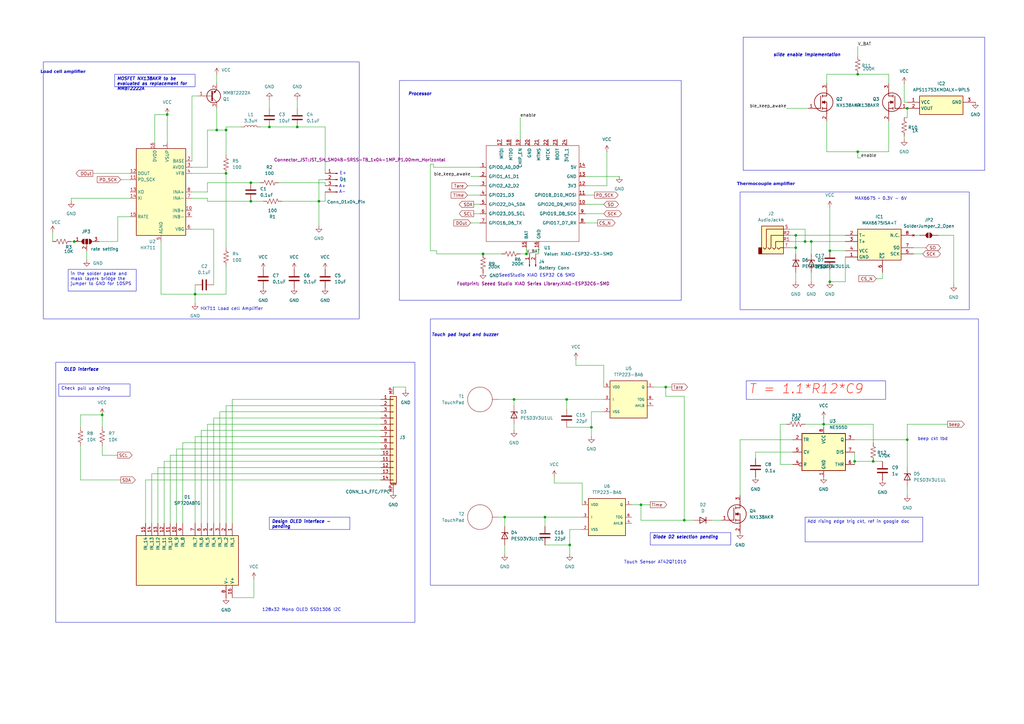
<source format=kicad_sch>
(kicad_sch (version 20250114) (generator "eeschema") (generator_version "9.0")
  (paper "A3")
  (title_block (title "Weighing Scale Schematic") (company "MeepDong"))
  (rectangle (start 304.8 15.24) (end 403.86 69.85))
  (rectangle (start 163.83 33.02) (end 279.4 123.19))
  (rectangle (start 176.53 130.81) (end 401.32 240.03))
  (rectangle (start 17.78 25.4) (end 147.32 130.81))
  (rectangle (start 303.53 78.74) (end 397.51 127))
  (rectangle (start 22.86 148.59) (end 170.18 255.27))
  (text "HX711 Load cell Amplifier " (at 95.504 126.746 0) (effects (font (size 1.27 1.27))))
  (text "MAX6675 ~ 0.3V - 6V " (at 361.696 81.534 0) (effects (font (size 1.27 1.27))))
  (text "A+\n\n" (at 140.462 77.47 0) (effects (font (size 1.27 1.27))))
  (text "slide enable implementation " (at 331.47 22.606 0) (effects (font (size 1.27 1.27) (thickness 0.254) (bold yes) (italic yes))))
  (text "E-\n" (at 140.716 73.66 0) (effects (font (size 1.27 1.27))))
  (text "OLED interface " (at 33.782 151.638 0) (effects (font (size 1.27 1.27) (thickness 0.254) (bold yes) (italic yes))))
  (text "E+" (at 140.716 71.12 0) (effects (font (size 1.27 1.27))))
  (text "Load cell amplifier " (at 26.162 29.972 0) (effects (font (size 1.27 1.27) (thickness 0.254) (bold yes) (italic yes))))
  (text "SeedStudio XIAO ESP32 C6 SMD\n" (at 220.218 113.03 0) (effects (font (size 1.27 1.27))))
  (text "Touch Sensor AT42QT1010\n" (at 268.732 230.632 0) (effects (font (size 1.27 1.27))))
  (text "Thermocouple amplifier " (at 314.452 75.946 0) (effects (font (size 1.27 1.27) (bold yes) (italic yes))))
  (text "Touch pad input and buzzer " (at 191.262 137.414 0) (effects (font (size 1.27 1.27) (thickness 0.254) (bold yes) (italic yes))))
  (text "beep ckt tbd " (at 383.032 180.086 0) (effects (font (size 1.27 1.27))))
  (text "Processor" (at 172.212 38.608 0) (effects (font (size 1.27 1.27) (thickness 0.254) (bold yes) (italic yes))))
  (text "128x32 Mono OLED SSD1306 I2C\n" (at 123.698 250.19 0) (effects (font (size 1.27 1.27))))
  (text "A-" (at 140.462 78.74 0) (effects (font (size 1.27 1.27))))
  (text_box "MOSFET NX138AKR to be evaluated as replacement for MMBT2222A " (at 46.99 30.48 0) (size 33.02 5.08) (margins 0.9525 0.9525 0.9525 0.9525) (effects (font (size 1.27 1.27) (thickness 0.254) (bold yes) (italic yes)) (justify left top)))
  (text_box "T = 1.1*R12*C9" (at 306.07 156.21 0) (size 57.15 7.62) (margins 0.9525 0.9525 0.9525 0.9525) (effects (font (size 3.81 3.81) (thickness 0.254) (bold yes) (italic yes)) (justify left top)))
  (text_box "in the solder paste and mask layers bridge the jumper to GND for 10SPS" (at 27.94 110.49 0) (size 27.94 8.89) (margins 0.9525 0.9525 0.9525 0.9525) (effects (font (size 1.27 1.27)) (justify left top)))
  (text_box "Design OLED interface - pending " (at 110.49 212.09 0) (size 33.02 5.08) (margins 0.9525 0.9525 0.9525 0.9525) (effects (font (size 1.27 1.27) (thickness 0.254) (bold yes) (italic yes)) (justify left top)))
  (text_box "Add rising edge trig ckt, ref in google doc " (at 330.2 212.09 0) (size 48.26 10.16) (margins 0.9525 0.9525 0.9525 0.9525) (effects (font (size 1.27 1.27)) (justify left top)))
  (text_box "Check pull up sizing " (at 24.13 157.48 0) (size 29.21 5.08) (margins 0.9525 0.9525 0.9525 0.9525) (effects (font (size 1.27 1.27)) (justify left top)))
  (text_box "Diode D2 selection pending " (at 266.7 218.44 0) (size 33.02 5.08) (margins 0.9525 0.9525 0.9525 0.9525) (effects (font (size 1.27 1.27) (thickness 0.254) (bold yes) (italic yes)) (justify left top)))
  (junction (at 68.58 46.99))
  (junction (at 223.52 212.09))
  (junction (at 340.36 115.57))
  (junction (at 262.89 207.01))
  (junction (at 242.57 175.26))
  (junction (at 210.82 163.83))
  (junction (at 372.11 180.34))
  (junction (at 280.67 213.36))
  (junction (at 207.01 212.09))
  (junction (at 130.81 82.55))
  (junction (at 350.52 189.23))
  (junction (at 340.36 102.87))
  (junction (at 358.14 189.23))
  (junction (at 273.05 158.75))
  (junction (at 233.68 223.52))
  (junction (at 351.79 62.23))
  (junction (at 102.87 82.55))
  (junction (at 121.92 52.07))
  (junction (at 232.41 163.83))
  (junction (at 41.91 170.18))
  (junction (at 332.74 99.06))
  (junction (at 92.71 71.12))
  (junction (at 102.87 74.93))
  (junction (at 372.11 44.45))
  (junction (at 326.39 96.52))
  (junction (at 330.2 99.06))
  (junction (at 30.48 99.06))
  (junction (at 215.9 104.14))
  (junction (at 80.01 120.65))
  (junction (at 92.71 53.34))
  (junction (at 351.79 30.48))
  (junction (at 110.49 52.07))
  (junction (at 88.9 53.34))
  (junction (at 337.82 173.99))
  (junction (at 198.12 104.14))
  (junction (at 326.39 101.6))
  (wire (pts (xy 121.92 52.07) (xy 133.35 52.07)))
  (wire (pts (xy 85.09 74.93) (xy 102.87 74.93)))
  (wire (pts (xy 273.05 158.75) (xy 273.05 162.56)))
  (wire (pts (xy 92.71 109.22) (xy 92.71 120.65)))
  (wire (pts (xy 351.79 19.05) (xy 351.79 22.86)))
  (wire (pts (xy 215.9 104.14) (xy 213.36 104.14)))
  (wire (pts (xy 227.33 198.12) (xy 238.76 198.12)))
  (wire (pts (xy 80.01 179.07) (xy 156.21 179.07)))
  (wire (pts (xy 87.63 171.45) (xy 156.21 171.45)))
  (wire (pts (xy 176.53 67.31) (xy 177.8 67.31)))
  (wire (pts (xy 207.01 212.09) (xy 207.01 215.9)))
  (wire (pts (xy 325.12 190.5) (xy 320.04 190.5)))
  (wire (pts (xy 330.2 173.99) (xy 337.82 173.99)))
  (wire (pts (xy 242.57 168.91) (xy 242.57 175.26)))
  (wire (pts (xy 370.84 41.91) (xy 370.84 34.29)))
  (wire (pts (xy 156.21 189.23) (xy 67.31 189.23)))
  (wire (pts (xy 92.71 71.12) (xy 78.74 71.12)))
  (wire (pts (xy 340.36 115.57) (xy 346.71 115.57)))
  (wire (pts (xy 322.58 44.45) (xy 331.47 44.45)))
  (wire (pts (xy 215.9 101.6) (xy 215.9 104.14)))
  (wire (pts (xy 364.49 30.48) (xy 364.49 34.29)))
  (wire (pts (xy 339.09 62.23) (xy 351.79 62.23)))
  (wire (pts (xy 53.34 88.9) (xy 48.26 88.9)))
  (wire (pts (xy 232.41 163.83) (xy 232.41 167.64)))
  (wire (pts (xy 210.82 173.99) (xy 210.82 176.53)))
  (wire (pts (xy 323.85 93.98) (xy 330.2 93.98)))
  (wire (pts (xy 372.11 48.26) (xy 372.11 44.45)))
  (wire (pts (xy 166.37 160.02) (xy 166.37 158.75)))
  (wire (pts (xy 166.37 158.75) (xy 161.29 158.75)))
  (wire (pts (xy 177.8 68.58) (xy 196.85 68.58)))
  (wire (pts (xy 346.71 115.57) (xy 346.71 105.41)))
  (wire (pts (xy 227.33 198.12) (xy 227.33 195.58)))
  (wire (pts (xy 337.82 173.99) (xy 337.82 175.26)))
  (wire (pts (xy 92.71 166.37) (xy 92.71 214.63)))
  (wire (pts (xy 219.71 104.14) (xy 220.98 104.14)))
  (wire (pts (xy 332.74 99.06) (xy 332.74 104.14)))
  (wire (pts (xy 326.39 101.6) (xy 326.39 96.52)))
  (wire (pts (xy 213.36 48.26) (xy 213.36 57.15)))
  (wire (pts (xy 326.39 111.76) (xy 326.39 115.57)))
  (wire (pts (xy 92.71 101.6) (xy 92.71 71.12)))
  (wire (pts (xy 110.49 52.07) (xy 121.92 52.07)))
  (wire (pts (xy 29.21 99.06) (xy 30.48 99.06)))
  (wire (pts (xy 133.35 52.07) (xy 133.35 71.12)))
  (wire (pts (xy 78.74 66.04) (xy 78.74 39.37)))
  (wire (pts (xy 370.84 41.91) (xy 372.11 41.91)))
  (wire (pts (xy 332.74 111.76) (xy 332.74 115.57)))
  (wire (pts (xy 240.03 72.39) (xy 254 72.39)))
  (wire (pts (xy 323.85 99.06) (xy 330.2 99.06)))
  (wire (pts (xy 193.04 72.39) (xy 196.85 72.39)))
  (wire (pts (xy 374.65 96.52) (xy 377.19 96.52)))
  (wire (pts (xy 133.35 73.66) (xy 130.81 73.66)))
  (wire (pts (xy 179.07 104.14) (xy 198.12 104.14)))
  (wire (pts (xy 92.71 120.65) (xy 80.01 120.65)))
  (wire (pts (xy 191.77 76.2) (xy 196.85 76.2)))
  (wire (pts (xy 67.31 189.23) (xy 67.31 214.63)))
  (wire (pts (xy 358.14 173.99) (xy 337.82 173.99)))
  (wire (pts (xy 80.01 116.84) (xy 80.01 120.65)))
  (wire (pts (xy 350.52 180.34) (xy 372.11 180.34)))
  (wire (pts (xy 361.95 114.3) (xy 359.41 114.3)))
  (wire (pts (xy 88.9 30.48) (xy 88.9 34.29)))
  (wire (pts (xy 66.04 99.06) (xy 66.04 120.65)))
  (wire (pts (xy 326.39 96.52) (xy 323.85 96.52)))
  (wire (pts (xy 95.25 163.83) (xy 95.25 214.63)))
  (wire (pts (xy 133.35 82.55) (xy 133.35 78.74)))
  (wire (pts (xy 194.31 83.82) (xy 196.85 83.82)))
  (wire (pts (xy 90.17 168.91) (xy 156.21 168.91)))
  (wire (pts (xy 92.71 53.34) (xy 92.71 63.5)))
  (wire (pts (xy 92.71 166.37) (xy 156.21 166.37)))
  (wire (pts (xy 292.1 213.36) (xy 295.91 213.36)))
  (wire (pts (xy 240.03 80.01) (xy 243.84 80.01)))
  (wire (pts (xy 59.69 196.85) (xy 59.69 214.63)))
  (wire (pts (xy 38.1 71.12) (xy 53.34 71.12)))
  (wire (pts (xy 156.21 194.31) (xy 62.23 194.31)))
  (wire (pts (xy 33.02 182.88) (xy 33.02 196.85)))
  (wire (pts (xy 85.09 173.99) (xy 85.09 214.63)))
  (wire (pts (xy 330.2 99.06) (xy 332.74 99.06)))
  (wire (pts (xy 248.92 62.23) (xy 248.92 76.2)))
  (wire (pts (xy 66.04 120.65) (xy 80.01 120.65)))
  (wire (pts (xy 372.11 173.99) (xy 388.62 173.99)))
  (wire (pts (xy 156.21 186.69) (xy 69.85 186.69)))
  (wire (pts (xy 21.59 95.25) (xy 21.59 99.06)))
  (wire (pts (xy 102.87 82.55) (xy 107.95 82.55)))
  (wire (pts (xy 114.3 74.93) (xy 133.35 74.93)))
  (wire (pts (xy 330.2 93.98) (xy 330.2 99.06)))
  (wire (pts (xy 53.34 81.28) (xy 29.21 81.28)))
  (wire (pts (xy 358.14 189.23) (xy 361.95 189.23)))
  (wire (pts (xy 87.63 93.98) (xy 78.74 93.98)))
  (wire (pts (xy 372.11 173.99) (xy 372.11 180.34)))
  (wire (pts (xy 325.12 185.42) (xy 309.88 185.42)))
  (wire (pts (xy 95.25 245.11) (xy 104.14 245.11)))
  (wire (pts (xy 80.01 120.65) (xy 80.01 124.46)))
  (wire (pts (xy 102.87 74.93) (xy 106.68 74.93)))
  (wire (pts (xy 74.93 181.61) (xy 74.93 214.63)))
  (wire (pts (xy 207.01 212.09) (xy 223.52 212.09)))
  (wire (pts (xy 156.21 196.85) (xy 59.69 196.85)))
  (wire (pts (xy 104.14 245.11) (xy 104.14 237.49)))
  (wire (pts (xy 273.05 162.56) (xy 280.67 162.56)))
  (wire (pts (xy 372.11 199.39) (xy 372.11 203.2)))
  (wire (pts (xy 179.07 102.87) (xy 179.07 104.14)))
  (wire (pts (xy 339.09 30.48) (xy 339.09 34.29)))
  (wire (pts (xy 85.09 53.34) (xy 88.9 53.34)))
  (wire (pts (xy 240.03 87.63) (xy 247.65 87.63)))
  (wire (pts (xy 358.14 189.23) (xy 350.52 189.23)))
  (wire (pts (xy 72.39 184.15) (xy 72.39 214.63)))
  (wire (pts (xy 156.21 191.77) (xy 64.77 191.77)))
  (wire (pts (xy 220.98 104.14) (xy 220.98 101.6)))
  (wire (pts (xy 374.65 101.6) (xy 379.73 101.6)))
  (wire (pts (xy 370.84 48.26) (xy 372.11 48.26)))
  (wire (pts (xy 215.9 104.14) (xy 217.17 104.14)))
  (wire (pts (xy 358.14 181.61) (xy 358.14 173.99)))
  (wire (pts (xy 30.48 99.06) (xy 31.75 99.06)))
  (wire (pts (xy 238.76 198.12) (xy 238.76 207.01)))
  (wire (pts (xy 110.49 40.64) (xy 110.49 44.45)))
  (wire (pts (xy 247.65 168.91) (xy 242.57 168.91)))
  (wire (pts (xy 130.81 82.55) (xy 115.57 82.55)))
  (wire (pts (xy 41.91 170.18) (xy 33.02 170.18)))
  (wire (pts (xy 63.5 46.99) (xy 63.5 58.42)))
  (wire (pts (xy 337.82 171.45) (xy 337.82 173.99)))
  (wire (pts (xy 92.71 52.07) (xy 92.71 53.34)))
  (wire (pts (xy 121.92 40.64) (xy 121.92 44.45)))
  (wire (pts (xy 323.85 101.6) (xy 326.39 101.6)))
  (wire (pts (xy 78.74 81.28) (xy 85.09 81.28)))
  (wire (pts (xy 41.91 170.18) (xy 41.91 175.26)))
  (wire (pts (xy 85.09 82.55) (xy 102.87 82.55)))
  (wire (pts (xy 194.31 87.63) (xy 196.85 87.63)))
  (wire (pts (xy 320.04 173.99) (xy 322.58 173.99)))
  (wire (pts (xy 247.65 149.86) (xy 247.65 158.75)))
  (wire (pts (xy 262.89 207.01) (xy 266.7 207.01)))
  (wire (pts (xy 236.22 149.86) (xy 236.22 147.32)))
  (wire (pts (xy 248.92 76.2) (xy 240.03 76.2)))
  (wire (pts (xy 351.79 30.48) (xy 364.49 30.48)))
  (wire (pts (xy 49.53 196.85) (xy 33.02 196.85)))
  (wire (pts (xy 259.08 207.01) (xy 262.89 207.01)))
  (wire (pts (xy 82.55 176.53) (xy 156.21 176.53)))
  (wire (pts (xy 130.81 73.66) (xy 130.81 82.55)))
  (wire (pts (xy 68.58 58.42) (xy 68.58 46.99)))
  (wire (pts (xy 207.01 223.52) (xy 207.01 227.33)))
  (wire (pts (xy 374.65 104.14) (xy 378.46 104.14)))
  (wire (pts (xy 69.85 186.69) (xy 69.85 214.63)))
  (wire (pts (xy 106.68 52.07) (xy 110.49 52.07)))
  (wire (pts (xy 391.16 96.52) (xy 391.16 116.84)))
  (wire (pts (xy 364.49 49.53) (xy 364.49 62.23)))
  (wire (pts (xy 340.36 85.09) (xy 340.36 102.87)))
  (wire (pts (xy 303.53 203.2) (xy 303.53 180.34)))
  (wire (pts (xy 176.53 102.87) (xy 179.07 102.87)))
  (wire (pts (xy 130.81 82.55) (xy 133.35 82.55)))
  (wire (pts (xy 242.57 175.26) (xy 242.57 179.07)))
  (wire (pts (xy 339.09 49.53) (xy 339.09 62.23)))
  (wire (pts (xy 223.52 212.09) (xy 238.76 212.09)))
  (wire (pts (xy 309.88 185.42) (xy 309.88 187.96)))
  (wire (pts (xy 346.71 96.52) (xy 326.39 96.52)))
  (wire (pts (xy 280.67 162.56) (xy 280.67 213.36)))
  (wire (pts (xy 351.79 62.23) (xy 364.49 62.23)))
  (wire (pts (xy 29.21 81.28) (xy 29.21 82.55)))
  (wire (pts (xy 85.09 173.99) (xy 156.21 173.99)))
  (wire (pts (xy 303.53 180.34) (xy 325.12 180.34)))
  (wire (pts (xy 273.05 158.75) (xy 275.59 158.75)))
  (wire (pts (xy 223.52 223.52) (xy 233.68 223.52)))
  (wire (pts (xy 78.74 78.74) (xy 85.09 78.74)))
  (wire (pts (xy 240.03 91.44) (xy 245.11 91.44)))
  (wire (pts (xy 353.06 64.77) (xy 351.79 64.77)))
  (wire (pts (xy 210.82 163.83) (xy 232.41 163.83)))
  (wire (pts (xy 372.11 180.34) (xy 372.11 191.77)))
  (wire (pts (xy 35.56 102.87) (xy 35.56 106.68)))
  (wire (pts (xy 267.97 158.75) (xy 273.05 158.75)))
  (wire (pts (xy 370.84 55.88) (xy 370.84 57.15)))
  (wire (pts (xy 90.17 168.91) (xy 90.17 214.63)))
  (wire (pts (xy 280.67 213.36) (xy 262.89 213.36)))
  (wire (pts (xy 350.52 189.23) (xy 350.52 190.5)))
  (wire (pts (xy 361.95 111.76) (xy 361.95 114.3)))
  (wire (pts (xy 320.04 190.5) (xy 320.04 173.99)))
  (wire (pts (xy 88.9 44.45) (xy 88.9 53.34)))
  (wire (pts (xy 193.04 91.44) (xy 196.85 91.44)))
  (wire (pts (xy 156.21 184.15) (xy 72.39 184.15)))
  (wire (pts (xy 340.36 102.87) (xy 346.71 102.87)))
  (wire (pts (xy 232.41 163.83) (xy 247.65 163.83)))
  (wire (pts (xy 78.74 39.37) (xy 81.28 39.37)))
  (wire (pts (xy 232.41 175.26) (xy 242.57 175.26)))
  (wire (pts (xy 191.77 80.01) (xy 196.85 80.01)))
  (wire (pts (xy 204.47 212.09) (xy 207.01 212.09)))
  (wire (pts (xy 64.77 191.77) (xy 64.77 214.63)))
  (wire (pts (xy 41.91 186.69) (xy 48.26 186.69)))
  (wire (pts (xy 156.21 181.61) (xy 74.93 181.61)))
  (wire (pts (xy 33.02 170.18) (xy 33.02 175.26)))
  (wire (pts (xy 41.91 182.88) (xy 41.91 186.69)))
  (wire (pts (xy 350.52 185.42) (xy 350.52 189.23)))
  (wire (pts (xy 88.9 53.34) (xy 92.71 53.34)))
  (wire (pts (xy 133.35 74.93) (xy 133.35 76.2)))
  (wire (pts (xy 332.74 99.06) (xy 346.71 99.06)))
  (wire (pts (xy 85.09 68.58) (xy 78.74 68.58)))
  (wire (pts (xy 326.39 101.6) (xy 326.39 104.14)))
  (wire (pts (xy 85.09 78.74) (xy 85.09 74.93)))
  (wire (pts (xy 49.53 73.66) (xy 53.34 73.66)))
  (wire (pts (xy 262.89 213.36) (xy 262.89 207.01)))
  (wire (pts (xy 340.36 110.49) (xy 340.36 115.57)))
  (wire (pts (xy 384.81 96.52) (xy 391.16 96.52)))
  (wire (pts (xy 223.52 212.09) (xy 223.52 215.9)))
  (wire (pts (xy 204.47 163.83) (xy 210.82 163.83)))
  (wire (pts (xy 339.09 30.48) (xy 351.79 30.48)))
  (wire (pts (xy 351.79 64.77) (xy 351.79 62.23)))
  (wire (pts (xy 233.68 223.52) (xy 233.68 227.33)))
  (wire (pts (xy 82.55 176.53) (xy 82.55 214.63)))
  (wire (pts (xy 87.63 171.45) (xy 87.63 214.63)))
  (wire (pts (xy 198.12 104.14) (xy 205.74 104.14)))
  (wire (pts (xy 284.48 213.36) (xy 280.67 213.36)))
  (wire (pts (xy 40.64 99.06) (xy 48.26 99.06)))
  (wire (pts (xy 156.21 163.83) (xy 95.25 163.83)))
  (wire (pts (xy 92.71 52.07) (xy 99.06 52.07)))
  (wire (pts (xy 233.68 217.17) (xy 233.68 223.52)))
  (wire (pts (xy 238.76 217.17) (xy 233.68 217.17)))
  (wire (pts (xy 85.09 53.34) (xy 85.09 68.58)))
  (wire (pts (xy 48.26 88.9) (xy 48.26 99.06)))
  (wire (pts (xy 63.5 46.99) (xy 68.58 46.99)))
  (wire (pts (xy 210.82 163.83) (xy 210.82 166.37)))
  (wire (pts (xy 130.81 82.55) (xy 130.81 92.71)))
  (wire (pts (xy 80.01 179.07) (xy 80.01 214.63)))
  (wire (pts (xy 87.63 116.84) (xy 87.63 93.98)))
  (wire (pts (xy 62.23 194.31) (xy 62.23 214.63)))
  (wire (pts (xy 240.03 83.82) (xy 247.65 83.82)))
  (wire (pts (xy 177.8 67.31) (xy 177.8 68.58)))
  (wire (pts (xy 176.53 67.31) (xy 176.53 102.87)))
  (wire (pts (xy 236.22 149.86) (xy 247.65 149.86)))
  (wire (pts (xy 85.09 81.28) (xy 85.09 82.55)))
  (label "enable" (at 353.06 64.77 0))
  (label "ble_keep_awake" (at 193.04 72.39 180))
  (label "V_BAT" (at 215.9 104.14 0))
  (label "ble_keep_awake" (at 322.58 44.45 180))
  (label "V_BAT" (at 351.79 19.05 0))
  (label "enable" (at 213.36 48.26 0))
  (global_label "beep" (shape output) (at 388.62 173.99 0) (property "Intersheetrefs" "${INTERSHEET_REFS}" (effects (hide yes))))
  (global_label "Time" (shape output) (at 266.7 207.01 0) (property "Intersheetrefs" "${INTERSHEET_REFS}" (effects (hide yes))))
  (global_label "DOut" (shape input) (at 193.04 91.44 180) (property "Intersheetrefs" "${INTERSHEET_REFS}" (effects (hide yes))))
  (global_label "SDA" (shape output) (at 194.31 83.82 180) (property "Intersheetrefs" "${INTERSHEET_REFS}" (effects (hide yes))))
  (global_label "SCL" (shape output) (at 194.31 87.63 180) (property "Intersheetrefs" "${INTERSHEET_REFS}" (effects (hide yes))))
  (global_label "SCK" (shape bidirectional) (at 247.65 87.63 0) (property "Intersheetrefs" "${INTERSHEET_REFS}" (effects (hide yes))))
  (global_label "SDA" (shape output) (at 49.53 196.85 0) (property "Intersheetrefs" "${INTERSHEET_REFS}" (effects (hide yes))))
  (global_label "SO" (shape bidirectional) (at 379.73 101.6 0) (property "Intersheetrefs" "${INTERSHEET_REFS}" (effects (hide yes))))
  (global_label "CS_N" (shape input) (at 359.41 114.3 180) (property "Intersheetrefs" "${INTERSHEET_REFS}" (effects (hide yes))))
  (global_label "PD_SCK" (shape output) (at 243.84 80.01 0) (property "Intersheetrefs" "${INTERSHEET_REFS}" (effects (hide yes))))
  (global_label "Time" (shape input) (at 191.77 80.01 180) (property "Intersheetrefs" "${INTERSHEET_REFS}" (effects (hide yes))))
  (global_label "CS_N" (shape output) (at 245.11 91.44 0) (property "Intersheetrefs" "${INTERSHEET_REFS}" (effects (hide yes))))
  (global_label "Tare" (shape input) (at 191.77 76.2 180) (property "Intersheetrefs" "${INTERSHEET_REFS}" (effects (hide yes))))
  (global_label "SCK" (shape bidirectional) (at 378.46 104.14 0) (property "Intersheetrefs" "${INTERSHEET_REFS}" (effects (hide yes))))
  (global_label "PD_SCK" (shape input) (at 49.53 73.66 180) (property "Intersheetrefs" "${INTERSHEET_REFS}" (effects (hide yes))))
  (global_label "SO" (shape bidirectional) (at 247.65 83.82 0) (property "Intersheetrefs" "${INTERSHEET_REFS}" (effects (hide yes))))
  (global_label "DOut" (shape output) (at 38.1 71.12 180) (property "Intersheetrefs" "${INTERSHEET_REFS}" (effects (hide yes))))
  (global_label "SCL" (shape output) (at 48.26 186.69 0) (property "Intersheetrefs" "${INTERSHEET_REFS}" (effects (hide yes))))
  (global_label "Tare" (shape output) (at 275.59 158.75 0) (property "Intersheetrefs" "${INTERSHEET_REFS}" (effects (hide yes))))
  (symbol (lib_id "power:GND") (at 332.74 115.57 0) (unit 1)
    (property "Reference" "#PWR043" (effects (hide yes)))
    (property "Value" "GND" (at 332.74 120.65 0))
    (property "Description" "Power symbol creates a global label with name \"GND\" , ground" (effects (hide yes)))
  )
  (symbol (lib_id "power:VCC") (at 340.36 85.09 0) (unit 1)
    (property "Reference" "#PWR031" (effects (hide yes)))
    (property "Value" "VCC" (at 340.36 80.01 0))
    (property "Description" "Power symbol creates a global label with name \"VCC\"" (effects (hide yes)))
  )
  (symbol (lib_id "power:VCC") (at 41.91 170.18 0) (unit 1)
    (property "Reference" "#PWR021" (effects (hide yes)))
    (property "Value" "VCC" (at 41.91 165.1 0))
    (property "Description" "Power symbol creates a global label with name \"VCC\"" (effects (hide yes)))
  )
  (symbol (lib_id "power:GND") (at 107.95 118.11 0) (unit 1)
    (property "Reference" "#PWR012" (effects (hide yes)))
    (property "Value" "GND" (at 107.95 123.19 0))
    (property "Description" "Power symbol creates a global label with name \"GND\" , ground" (effects (hide yes)))
  )
  (symbol (lib_id "Connector:Conn_01x02_Pin") (at 217.17 109.22 90) (unit 1)
    (property "Reference" "J4" (at 220.98 107.3149 90) (effects (justify right)))
    (property "Value" "Battery Conn" (at 220.98 109.8549 90) (effects (justify right)))
    (property "Footprint" "Connector_TE-Connectivity:TE_440055-2_1x02_P2.00mm_Horizontal" (effects (hide yes)))
    (property "Description" "Generic connector, single row, 01x02, script generated" (effects (hide yes)))
  )
  (symbol (lib_id "power:GND") (at 309.88 195.58 0) (unit 1)
    (property "Reference" "#PWR037" (effects (hide yes)))
    (property "Value" "GND" (at 309.88 200.66 0))
    (property "Description" "Power symbol creates a global label with name \"GND\" , ground" (effects (hide yes)))
  )
  (symbol (lib_id "Device:D") (at 288.29 213.36 180) (unit 1)
    (property "Reference" "D2" (at 288.29 207.01 0))
    (property "Value" "D" (at 288.29 209.55 0))
    (property "Description" "Diode" (effects (hide yes)))
    (property "Sim.Device" "D" (effects (hide yes)))
    (property "Sim.Pins" "1=K 2=A" (effects (hide yes)))
  )
  (symbol (lib_id "MAX6675ISA+T:MAX6675ISA+T") (at 346.71 96.52 0) (unit 1)
    (property "Reference" "IC1" (at 360.68 88.9 0))
    (property "Value" "MAX6675ISA+T" (at 360.68 91.44 0))
    (property "Footprint" "SOIC127P600X175-8N" (effects (hide yes)))
    (property "Datasheet" "https://datasheets.maximintegrated.com/en/ds/MAX6675.pdf" (effects (hide yes)))
    (property "Description" "Sensor Interface Cold-Junction-Compensated K-Thermocouple-to-Digital Converter (0 C to +1024 C)" (effects (hide yes)))
    (property "Height" "1.75" (effects (hide yes)))
    (property "Mouser Part Number" "700-MAX6675ISAT" (effects (hide yes)))
    (property "Mouser Price/Stock" "https://www.mouser.co.uk/ProductDetail/Analog-Devices-Maxim-Integrated/MAX6675ISA%2bT?qs=1THa7WoU59FV%2FT3S8QjZ%252Bg%3D%3D" (effects (hide yes)))
    (property "Manufacturer_Name" "Analog Devices" (effects (hide yes)))
    (property "Manufacturer_Part_Number" "MAX6675ISA+T" (effects (hide yes)))
  )
  (symbol (lib_id "power:VCC") (at 21.59 95.25 0) (unit 1)
    (property "Reference" "#PWR05" (effects (hide yes)))
    (property "Value" "VCC" (at 21.082 91.186 0) (effects (justify left)))
    (property "Description" "Power symbol creates a global label with name \"VCC\"" (effects (hide yes)))
  )
  (symbol (lib_id "Device:R_US") (at 351.79 26.67 0) (unit 1)
    (property "Reference" "R11" (at 355.346 26.924 0))
    (property "Value" "200K" (at 356.362 28.194 0))
    (property "Footprint" "Resistor_SMD:R_0402_1005Metric" (effects (hide yes)))
    (property "Description" "Resistor, US symbol" (effects (hide yes)))
  )
  (symbol (lib_id "power:VCC") (at 68.58 46.99 0) (mirror y) (unit 1)
    (property "Reference" "#PWR01" (effects (hide yes)))
    (property "Value" "VCC" (at 68.58 41.91 0))
    (property "Description" "Power symbol creates a global label with name \"VCC\"" (effects (hide yes)))
  )
  (symbol (lib_id "Device:C") (at 223.52 219.71 0) (unit 1)
    (property "Reference" "C16" (at 227.33 218.4399 0) (effects (justify left)))
    (property "Value" "22pF" (at 227.33 220.98 0) (effects (justify left)))
    (property "Footprint" "Capacitor_SMD:C_0402_1005Metric" (effects (hide yes)))
    (property "Description" "Unpolarized capacitor" (effects (hide yes)))
  )
  (symbol (lib_id "Device:R_US") (at 111.76 82.55 270) (mirror x) (unit 1)
    (property "Reference" "R1" (at 111.76 88.9 90))
    (property "Value" "100" (at 111.76 86.36 90))
    (property "Footprint" "Resistor_SMD:R_0402_1005Metric" (effects (hide yes)))
    (property "Description" "Resistor, US symbol" (effects (hide yes)))
  )
  (symbol (lib_id "Device:L") (at 102.87 52.07 90) (unit 1)
    (property "Reference" "L1" (at 102.87 46.99 90))
    (property "Value" "3.3uH" (at 102.87 49.53 90))
    (property "Footprint" "Inductor_SMD:L_Coilcraft_XxL4040" (effects (hide yes)))
    (property "Description" "Inductor" (effects (hide yes)))
  )
  (symbol (lib_id "Device:R_US") (at 92.71 105.41 0) (unit 1)
    (property "Reference" "R4" (at 95.25 104.1399 0) (effects (justify left)))
    (property "Value" "100" (at 95.25 106.6799 0) (effects (justify left)))
    (property "Footprint" "Resistor_SMD:R_0402_1005Metric" (effects (hide yes)))
    (property "Description" "Resistor, US symbol" (effects (hide yes)))
  )
  (symbol (lib_id "power:GND") (at 166.37 160.02 0) (unit 1)
    (property "Reference" "#PWR033" (effects (hide yes)))
    (property "Value" "GND" (at 166.37 165.1 0))
    (property "Description" "Power symbol creates a global label with name \"GND\" , ground" (effects (hide yes)))
  )
  (symbol (lib_id "Device:C") (at 83.82 116.84 90) (unit 1)
    (property "Reference" "C2" (at 83.82 109.22 90))
    (property "Value" "0.1uF" (at 83.82 111.76 90))
    (property "Footprint" "Capacitor_SMD:C_0402_1005Metric" (effects (hide yes)))
    (property "Description" "Unpolarized capacitor" (effects (hide yes)))
  )
  (symbol (lib_id "NX138AKR Mosfet:NX138AKR") (at 372.11 44.45 0) (mirror y) (unit 1)
    (property "Reference" "Q3" (at 360.68 40.6399 0) (effects (justify left)))
    (property "Value" "NX138AKR" (at 360.68 43.1799 0) (effects (justify left)))
    (property "Footprint" "SOT95P230X110-3N" (effects (hide yes)))
    (property "Datasheet" "https://assets.nexperia.com/documents/data-sheet/NX138AK.pdf" (effects (hide yes)))
    (property "Description" "MOSFET 60V N-CH TENCH MOS" (effects (hide yes)))
    (property "Height" "1.1" (effects (hide yes)))
    (property "Mouser Part Number" "771-NX138AKR" (effects (hide yes)))
    (property "Mouser Price/Stock" "https://www.mouser.co.uk/ProductDetail/Nexperia/NX138AKR?qs=1fQ7IOp4WrgZzhNlGoooaw%3D%3D" (effects (hide yes)))
    (property "Manufacturer_Name" "Nexperia" (effects (hide yes)))
    (property "Manufacturer_Part_Number" "NX138AKR" (effects (hide yes)))
  )
  (symbol (lib_id "power:VCC") (at 370.84 34.29 0) (unit 1)
    (property "Reference" "#PWR020" (effects (hide yes)))
    (property "Value" "VCC" (at 370.84 29.21 0))
    (property "Description" "Power symbol creates a global label with name \"VCC\"" (effects (hide yes)))
  )
  (symbol (lib_id "power:GND") (at 337.82 195.58 0) (unit 1)
    (property "Reference" "#PWR034" (effects (hide yes)))
    (property "Value" "GND" (at 337.82 200.66 0))
    (property "Description" "Power symbol creates a global label with name \"GND\" , ground" (effects (hide yes)))
  )
  (symbol (lib_id "Device:R_US") (at 92.71 67.31 0) (unit 1)
    (property "Reference" "R5" (at 95.25 66.0399 0) (effects (justify left)))
    (property "Value" "100" (at 95.25 68.5799 0) (effects (justify left)))
    (property "Footprint" "Resistor_SMD:R_0402_1005Metric" (effects (hide yes)))
    (property "Description" "Resistor, US symbol" (effects (hide yes)))
  )
  (symbol (lib_id "power:GND") (at 198.12 111.76 0) (unit 1)
    (property "Reference" "#PWR018" (effects (hide yes)))
    (property "Value" "GND" (at 200.66 113.0299 0) (effects (justify left)))
    (property "Description" "Power symbol creates a global label with name \"GND\" , ground" (effects (hide yes)))
  )
  (symbol (lib_id "Diode:PESD3V3U1UL") (at 326.39 107.95 270) (unit 1)
    (property "Reference" "D6" (at 328.93 106.6799 90) (effects (justify left)))
    (property "Value" "PESD3V3U1UL" (at 328.93 109.2199 90) (effects (justify left)))
    (property "Footprint" "Diode_SMD:D_SOD-882" (effects (hide yes)))
    (property "Datasheet" "https://assets.nexperia.com/documents/data-sheet/PESD3V3U1UL.pdf" (effects (hide yes)))
    (property "Description" "Ultra low capacitance unidirectional ESD protection diode, 3.3V, SOD-882" (effects (hide yes)))
  )
  (symbol (lib_id "Seeed_Studio_XIAO_Series:XIAO-ESP32-C6-SMD") (at 218.44 80.01 0) (unit 1)
    (property "Reference" "U1" (at 223.1233 101.6 0) (effects (justify left)))
    (property "Value" "XIAO-ESP32-S3-SMD" (at 223.1233 104.14 0) (show_name yes) (effects (justify left)))
    (property "Footprint" "Seeed Studio XIAO Series Library:XIAO-ESP32C6-SMD" (at 218.694 116.332 0) (show_name yes))
  )
  (symbol (lib_id "Device:R_US") (at 209.55 104.14 270) (unit 1)
    (property "Reference" "R6" (at 212.344 106.426 90))
    (property "Value" "200K" (at 212.344 108.204 90))
    (property "Footprint" "Resistor_SMD:R_0402_1005Metric" (effects (hide yes)))
    (property "Description" "Resistor, US symbol" (effects (hide yes)))
  )
  (symbol (lib_id "Device:R_US") (at 326.39 173.99 90) (unit 1)
    (property "Reference" "R13" (at 326.644 170.434 90))
    (property "Value" "10K" (at 326.39 171.958 90))
    (property "Footprint" "Resistor_SMD:R_0402_1005Metric" (effects (hide yes)))
    (property "Description" "Resistor, US symbol" (effects (hide yes)))
  )
  (symbol (lib_id "TTP223-BA6:TTP223-BA6") (at 248.92 212.09 0) (unit 1)
    (property "Reference" "U6" (at 248.92 199.39 0))
    (property "Value" "TTP223-BA6" (at 248.92 201.93 0))
    (property "Footprint" "TTP223-BA6:SOT23-6" (effects (hide yes)))
    (property "MF" "tontek" (effects (hide yes)))
    (property "LIB" "CID" (effects (hide yes)))
    (property "Package" "None" (effects (hide yes)))
    (property "Price" "None" (effects (hide yes)))
    (property "SnapEDA_Link" "https://www.snapeda.com/parts/TTP223-BA6/TONTEK/view-part/?ref=snap" (effects (hide yes)))
    (property "MP" "TTP223-BA6" (effects (hide yes)))
    (property "Availability" "In Stock" (effects (hide yes)))
    (property "Check_prices" "https://www.snapeda.com/parts/TTP223-BA6/TONTEK/view-part/?ref=eda" (effects (hide yes)))
  )
  (symbol (lib_id "power:VCC") (at 248.92 62.23 0) (mirror y) (unit 1)
    (property "Reference" "#PWR011" (effects (hide yes)))
    (property "Value" "VCC" (at 248.92 57.15 0))
    (property "Description" "Power symbol creates a global label with name \"VCC\"" (effects (hide yes)))
  )
  (symbol (lib_id "power:GND") (at 370.84 57.15 0) (unit 1)
    (property "Reference" "#PWR024" (effects (hide yes)))
    (property "Value" "GND" (at 370.84 62.23 0))
    (property "Description" "Power symbol creates a global label with name \"GND\" , ground" (effects (hide yes)))
  )
  (symbol (lib_id "Connector:Conn_01x04_Pin") (at 138.43 73.66 0) (mirror y) (unit 1)
    (property "Reference" "J1" (at 139.7 73.6599 0) (effects (justify right)))
    (property "Value" "Conn_01x04_Pin" (at 134.112 82.804 0) (effects (justify right)))
    (property "Footprint" "Connector_JST:JST_SH_SM04B-SRSS-TB_1x04-1MP_P1.00mm_Horizontal" (at 147.574 65.532 0))
    (property "Description" "Generic connector, single row, 01x04, script generated" (effects (hide yes)))
  )
  (symbol (lib_id "Device:R_US") (at 25.4 99.06 270) (unit 1)
    (property "Reference" "R3" (at 28.194 101.346 90))
    (property "Value" "10K" (at 28.194 103.124 90))
    (property "Footprint" "Resistor_SMD:R_0402_1005Metric" (effects (hide yes)))
    (property "Description" "Resistor, US symbol" (effects (hide yes)))
  )
  (symbol (lib_id "TTP223-BA6:TTP223-BA6") (at 257.81 163.83 0) (unit 1)
    (property "Reference" "U5" (at 257.81 151.13 0))
    (property "Value" "TTP223-BA6" (at 257.81 153.67 0))
    (property "Footprint" "TTP223-BA6:SOT23-6" (effects (hide yes)))
    (property "MF" "tontek" (effects (hide yes)))
    (property "LIB" "CID" (effects (hide yes)))
    (property "Package" "None" (effects (hide yes)))
    (property "Price" "None" (effects (hide yes)))
    (property "SnapEDA_Link" "https://www.snapeda.com/parts/TTP223-BA6/TONTEK/view-part/?ref=snap" (effects (hide yes)))
    (property "MP" "TTP223-BA6" (effects (hide yes)))
    (property "Availability" "In Stock" (effects (hide yes)))
    (property "Check_prices" "https://www.snapeda.com/parts/TTP223-BA6/TONTEK/view-part/?ref=eda" (effects (hide yes)))
  )
  (symbol (lib_id "Device:C") (at 340.36 106.68 180) (unit 1)
    (property "Reference" "C17" (at 334.264 104.902 0) (effects (justify right)))
    (property "Value" "0.1uF" (at 334.264 109.474 0) (effects (justify right)))
    (property "Footprint" "Capacitor_SMD:C_0402_1005Metric" (effects (hide yes)))
    (property "Description" "Unpolarized capacitor" (effects (hide yes)))
  )
  (symbol (lib_id "Device:C") (at 133.35 114.3 0) (unit 1)
    (property "Reference" "C5" (at 137.16 113.0299 0) (effects (justify left)))
    (property "Value" "10uF" (at 137.16 115.5699 0) (effects (justify left)))
    (property "Footprint" "Capacitor_SMD:C_0402_1005Metric" (effects (hide yes)))
    (property "Description" "Unpolarized capacitor" (effects (hide yes)))
  )
  (symbol (lib_id "power:GND") (at 303.53 218.44 0) (unit 1)
    (property "Reference" "#PWR036" (effects (hide yes)))
    (property "Value" "GND" (at 303.53 223.52 0))
    (property "Description" "Power symbol creates a global label with name \"GND\" , ground" (effects (hide yes)))
  )
  (symbol (lib_id "power:VCC") (at 236.22 147.32 0) (unit 1)
    (property "Reference" "#PWR026" (effects (hide yes)))
    (property "Value" "VCC" (at 236.22 142.24 0))
    (property "Description" "Power symbol creates a global label with name \"VCC\"" (effects (hide yes)))
  )
  (symbol (lib_id "0my_project:TouchPad") (at 196.85 163.83 0) (mirror y) (unit 1)
    (property "Reference" "T1" (at 190.5 162.5599 0) (effects (justify left)))
    (property "Value" "TouchPad" (at 190.5 165.0999 0) (effects (justify left)))
    (property "Footprint" "0my_project:Touch-Pad_10mm" (effects (hide yes)))
    (property "Description" "Touch Sensor Pad" (effects (hide yes)))
  )
  (symbol (lib_id "power:GND") (at 110.49 40.64 0) (mirror x) (unit 1)
    (property "Reference" "#PWR08" (effects (hide yes)))
    (property "Value" "GND" (at 110.49 35.56 0))
    (property "Description" "Power symbol creates a global label with name \"GND\" , ground" (effects (hide yes)))
  )
  (symbol (lib_id "Diode:PESD3V3U1UL") (at 372.11 195.58 270) (unit 1)
    (property "Reference" "D5" (at 374.65 194.3099 90) (effects (justify left)))
    (property "Value" "PESD3V3U1UL" (at 374.65 196.8499 90) (effects (justify left)))
    (property "Footprint" "Diode_SMD:D_SOD-882" (effects (hide yes)))
    (property "Datasheet" "https://assets.nexperia.com/documents/data-sheet/PESD3V3U1UL.pdf" (effects (hide yes)))
    (property "Description" "Ultra low capacitance unidirectional ESD protection diode, 3.3V, SOD-882" (effects (hide yes)))
  )
  (symbol (lib_id "power:GND") (at 326.39 115.57 0) (unit 1)
    (property "Reference" "#PWR042" (effects (hide yes)))
    (property "Value" "GND" (at 326.39 120.65 0))
    (property "Description" "Power symbol creates a global label with name \"GND\" , ground" (effects (hide yes)))
  )
  (symbol (lib_id "power:GND") (at 207.01 227.33 0) (unit 1)
    (property "Reference" "#PWR040" (effects (hide yes)))
    (property "Value" "GND" (at 207.01 232.41 0))
    (property "Description" "Power symbol creates a global label with name \"GND\" , ground" (effects (hide yes)))
  )
  (symbol (lib_id "power:GND") (at 361.95 196.85 0) (unit 1)
    (property "Reference" "#PWR038" (effects (hide yes)))
    (property "Value" "GND" (at 361.95 201.93 0))
    (property "Description" "Power symbol creates a global label with name \"GND\" , ground" (effects (hide yes)))
  )
  (symbol (lib_id "power:VCC") (at 120.65 110.49 0) (unit 1)
    (property "Reference" "#PWR016" (effects (hide yes)))
    (property "Value" "VCC" (at 120.65 105.41 0))
    (property "Description" "Power symbol creates a global label with name \"VCC\"" (effects (hide yes)))
  )
  (symbol (lib_id "power:GND") (at 29.21 82.55 0) (unit 1)
    (property "Reference" "#PWR03" (effects (hide yes)))
    (property "Value" "GND" (at 29.21 87.63 0))
    (property "Description" "Power symbol creates a global label with name \"GND\" , ground" (effects (hide yes)))
  )
  (symbol (lib_id "Device:R_US") (at 370.84 52.07 0) (unit 1)
    (property "Reference" "R10" (at 374.396 52.324 0))
    (property "Value" "1K" (at 375.412 53.594 0))
    (property "Footprint" "Resistor_SMD:R_0402_1005Metric" (effects (hide yes)))
    (property "Description" "Resistor, US symbol" (effects (hide yes)))
  )
  (symbol (lib_id "power:GND") (at 233.68 227.33 0) (unit 1)
    (property "Reference" "#PWR029" (effects (hide yes)))
    (property "Value" "GND" (at 233.68 232.41 0))
    (property "Description" "Power symbol creates a global label with name \"GND\" , ground" (effects (hide yes)))
  )
  (symbol (lib_id "Device:C") (at 361.95 193.04 0) (unit 1)
    (property "Reference" "C9" (at 365.76 191.7699 0) (effects (justify left)))
    (property "Value" "1u" (at 365.76 194.31 0) (effects (justify left)))
    (property "Footprint" "Capacitor_SMD:C_0402_1005Metric" (effects (hide yes)))
    (property "Description" "Unpolarized capacitor" (effects (hide yes)))
  )
  (symbol (lib_id "power:GND") (at 340.36 115.57 0) (unit 1)
    (property "Reference" "#PWR032" (effects (hide yes)))
    (property "Value" "GND" (at 340.36 120.65 0))
    (property "Description" "Power symbol creates a global label with name \"GND\" , ground" (effects (hide yes)))
  )
  (symbol (lib_id "Device:C") (at 110.49 48.26 0) (unit 1)
    (property "Reference" "C3" (at 114.3 46.9899 0) (effects (justify left)))
    (property "Value" "10uF" (at 114.3 49.5299 0) (effects (justify left)))
    (property "Footprint" "Capacitor_SMD:C_0402_1005Metric" (effects (hide yes)))
    (property "Description" "Unpolarized capacitor" (effects (hide yes)))
  )
  (symbol (lib_id "power:GND") (at 391.16 116.84 0) (unit 1)
    (property "Reference" "#PWR022" (effects (hide yes)))
    (property "Value" "GND" (at 391.16 121.92 0))
    (property "Description" "Power symbol creates a global label with name \"GND\" , ground" (effects (hide yes)))
  )
  (symbol (lib_id "Device:C") (at 102.87 78.74 0) (unit 1)
    (property "Reference" "C1" (at 106.68 77.4699 0) (effects (justify left)))
    (property "Value" "0.1uF" (at 106.68 80.0099 0) (effects (justify left)))
    (property "Footprint" "Capacitor_SMD:C_0402_1005Metric" (effects (hide yes)))
    (property "Description" "Unpolarized capacitor" (effects (hide yes)))
  )
  (symbol (lib_id "Diode:PESD3V3U1UL") (at 210.82 170.18 270) (unit 1)
    (property "Reference" "D3" (at 213.36 168.9099 90) (effects (justify left)))
    (property "Value" "PESD3V3U1UL" (at 213.36 171.4499 90) (effects (justify left)))
    (property "Footprint" "Diode_SMD:D_SOD-882" (effects (hide yes)))
    (property "Datasheet" "https://assets.nexperia.com/documents/data-sheet/PESD3V3U1UL.pdf" (effects (hide yes)))
    (property "Description" "Ultra low capacitance unidirectional ESD protection diode, 3.3V, SOD-882" (effects (hide yes)))
  )
  (symbol (lib_id "power:VCC") (at 107.95 110.49 0) (unit 1)
    (property "Reference" "#PWR015" (effects (hide yes)))
    (property "Value" "VCC" (at 107.95 105.41 0))
    (property "Description" "Power symbol creates a global label with name \"VCC\"" (effects (hide yes)))
  )
  (symbol (lib_id "power:GND") (at 133.35 118.11 0) (unit 1)
    (property "Reference" "#PWR014" (effects (hide yes)))
    (property "Value" "GND" (at 133.35 123.19 0))
    (property "Description" "Power symbol creates a global label with name \"GND\" , ground" (effects (hide yes)))
  )
  (symbol (lib_id "power:VCC") (at 88.9 30.48 0) (unit 1)
    (property "Reference" "#PWR07" (effects (hide yes)))
    (property "Value" "VCC" (at 92.71 28.702 0))
    (property "Description" "Power symbol creates a global label with name \"VCC\"" (effects (hide yes)))
  )
  (symbol (lib_id "Connector_Audio:AudioJack4") (at 318.77 96.52 0) (unit 1)
    (property "Reference" "J2" (at 316.23 87.63 0))
    (property "Value" "AudioJack4" (at 316.23 90.17 0))
    (property "Description" "Audio Jack, 4 Poles (TRRS)" (effects (hide yes)))
  )
  (symbol (lib_id "power:VCC") (at 337.82 171.45 0) (unit 1)
    (property "Reference" "#PWR035" (effects (hide yes)))
    (property "Value" "VCC" (at 337.82 166.37 0))
    (property "Description" "Power symbol creates a global label with name \"VCC\"" (effects (hide yes)))
  )
  (symbol (lib_id "Timer:NE555D") (at 337.82 185.42 0) (unit 1)
    (property "Reference" "U3" (at 340.0876 172.72 0) (effects (justify left)))
    (property "Value" "NE555D" (at 340.0876 175.26 0) (effects (justify left)))
    (property "Footprint" "Package_SO:SOIC-8_3.9x4.9mm_P1.27mm" (effects (hide yes)))
    (property "Datasheet" "http://www.ti.com/lit/ds/symlink/ne555.pdf" (effects (hide yes)))
    (property "Description" "Precision Timers, 555 compatible, SOIC-8" (effects (hide yes)))
  )
  (symbol (lib_id "Device:R_US") (at 198.12 107.95 0) (unit 1)
    (property "Reference" "R9" (at 201.676 108.204 0))
    (property "Value" "200K" (at 202.692 109.474 0))
    (property "Footprint" "Resistor_SMD:R_0402_1005Metric" (effects (hide yes)))
    (property "Description" "Resistor, US symbol" (effects (hide yes)))
  )
  (symbol (lib_id "Device:R_US") (at 41.91 179.07 0) (unit 1)
    (property "Reference" "R7" (at 44.45 177.7999 0) (effects (justify left)))
    (property "Value" "10K" (at 44.45 180.3399 0) (effects (justify left)))
    (property "Footprint" "Resistor_SMD:R_0402_1005Metric" (effects (hide yes)))
    (property "Description" "Resistor, US symbol" (effects (hide yes)))
  )
  (symbol (lib_id "Device:C") (at 120.65 114.3 0) (unit 1)
    (property "Reference" "C6" (at 124.46 113.0299 0) (effects (justify left)))
    (property "Value" "0.1uF" (at 124.46 115.5699 0) (effects (justify left)))
    (property "Footprint" "Capacitor_SMD:C_0402_1005Metric" (effects (hide yes)))
    (property "Description" "Unpolarized capacitor" (effects (hide yes)))
  )
  (symbol (lib_id "power:GND") (at 161.29 201.93 0) (unit 1)
    (property "Reference" "#PWR025" (effects (hide yes)))
    (property "Value" "GND" (at 161.29 207.01 0))
    (property "Description" "Power symbol creates a global label with name \"GND\" , ground" (effects (hide yes)))
  )
  (symbol (lib_id "power:GND") (at 35.56 106.68 0) (unit 1)
    (property "Reference" "#PWR04" (effects (hide yes)))
    (property "Value" "GND" (at 38.1 107.9499 0) (effects (justify left)))
    (property "Description" "Power symbol creates a global label with name \"GND\" , ground" (effects (hide yes)))
  )
  (symbol (lib_id "power:GND") (at 242.57 179.07 0) (unit 1)
    (property "Reference" "#PWR027" (effects (hide yes)))
    (property "Value" "GND" (at 242.57 184.15 0))
    (property "Description" "Power symbol creates a global label with name \"GND\" , ground" (effects (hide yes)))
  )
  (symbol (lib_id "power:GND") (at 372.11 203.2 0) (unit 1)
    (property "Reference" "#PWR041" (effects (hide yes)))
    (property "Value" "GND" (at 372.11 208.28 0))
    (property "Description" "Power symbol creates a global label with name \"GND\" , ground" (effects (hide yes)))
  )
  (symbol (lib_id "Jumper:SolderJumper_2_Open") (at 381 96.52 0) (unit 1) (in_bom no)
    (property "Reference" "JP2" (at 381 90.17 0))
    (property "Value" "SolderJumper_2_Open" (at 381 92.71 0))
    (property "Description" "Solder Jumper, 2-pole, open" (effects (hide yes)))
  )
  (symbol (lib_id "power:VCC") (at 104.14 237.49 0) (mirror y) (unit 1)
    (property "Reference" "#PWR030" (effects (hide yes)))
    (property "Value" "VCC" (at 104.14 232.41 0))
    (property "Description" "Power symbol creates a global label with name \"VCC\"" (effects (hide yes)))
  )
  (symbol (lib_id "power:GND") (at 130.81 92.71 0) (unit 1)
    (property "Reference" "#PWR02" (effects (hide yes)))
    (property "Value" "GND" (at 130.81 97.79 0))
    (property "Description" "Power symbol creates a global label with name \"GND\" , ground" (effects (hide yes)))
  )
  (symbol (lib_id "power:VCC") (at 133.35 110.49 0) (unit 1)
    (property "Reference" "#PWR017" (effects (hide yes)))
    (property "Value" "VCC" (at 133.35 105.41 0))
    (property "Description" "Power symbol creates a global label with name \"VCC\"" (effects (hide yes)))
  )
  (symbol (lib_id "Analog_ADC:HX711") (at 66.04 78.74 0) (mirror y) (unit 1)
    (property "Reference" "U2" (at 63.8967 99.06 0) (effects (justify left)))
    (property "Value" "HX711" (at 63.8967 101.6 0) (effects (justify left)))
    (property "Footprint" "Package_SO:SOIC-16_3.9x9.9mm_P1.27mm" (effects (hide yes)))
    (property "Datasheet" "https://web.archive.org/web/20220615044707/https://akizukidenshi.com/download/ds/avia/hx711.pdf" (effects (hide yes)))
    (property "Description" "24-bit Analog-to-Digital Converter (ADC) for Weight Scales, SOIC-16 (SOP-16)" (effects (hide yes)))
  )
  (symbol (lib_id "Diode:PESD3V3U1UL") (at 332.74 107.95 270) (unit 1)
    (property "Reference" "D7" (at 335.28 106.6799 90) (effects (justify left)))
    (property "Value" "PESD3V3U1UL" (at 335.28 109.2199 90) (effects (justify left)))
    (property "Footprint" "Diode_SMD:D_SOD-882" (effects (hide yes)))
    (property "Datasheet" "https://assets.nexperia.com/documents/data-sheet/PESD3V3U1UL.pdf" (effects (hide yes)))
    (property "Description" "Ultra low capacitance unidirectional ESD protection diode, 3.3V, SOD-882" (effects (hide yes)))
  )
  (symbol (lib_id "Transistor_BJT:MMBT2222A") (at 86.36 39.37 0) (mirror x) (unit 1)
    (property "Reference" "Q1" (at 91.44 40.6401 0) (effects (justify left)))
    (property "Value" "MMBT2222A" (at 91.44 38.1001 0) (effects (justify left)))
    (property "Footprint" "Package_TO_SOT_SMD:SOT-23" (effects (hide yes)))
    (property "Datasheet" "https://assets.nexperia.com/documents/data-sheet/MMBT2222A.pdf" (effects (hide yes)))
    (property "Description" "600mA Ic, 40V Vce, NPN Transistor, SOT-23" (effects (hide yes)))
  )
  (symbol (lib_id "power:GND") (at 254 72.39 0) (unit 1)
    (property "Reference" "#PWR010" (effects (hide yes)))
    (property "Value" "GND" (at 254 77.47 0))
    (property "Description" "Power symbol creates a global label with name \"GND\" , ground" (effects (hide yes)))
  )
  (symbol (lib_id "Device:R_US") (at 110.49 74.93 270) (unit 1)
    (property "Reference" "R2" (at 110.49 68.58 90))
    (property "Value" "100" (at 110.49 71.12 90))
    (property "Footprint" "Resistor_SMD:R_0402_1005Metric" (effects (hide yes)))
    (property "Description" "Resistor, US symbol" (effects (hide yes)))
  )
  (symbol (lib_id "Device:C") (at 309.88 191.77 0) (unit 1)
    (property "Reference" "C8" (at 313.69 190.4999 0) (effects (justify left)))
    (property "Value" "0.1u" (at 313.69 193.04 0) (effects (justify left)))
    (property "Footprint" "Capacitor_SMD:C_0402_1005Metric" (effects (hide yes)))
    (property "Description" "Unpolarized capacitor" (effects (hide yes)))
  )
  (symbol (lib_id "Device:C") (at 107.95 114.3 0) (unit 1)
    (property "Reference" "C7" (at 111.76 113.0299 0) (effects (justify left)))
    (property "Value" "0.1uF" (at 111.76 115.5699 0) (effects (justify left)))
    (property "Footprint" "Capacitor_SMD:C_0402_1005Metric" (effects (hide yes)))
    (property "Description" "Unpolarized capacitor" (effects (hide yes)))
  )
  (symbol (lib_id "Diode:PESD3V3U1UL") (at 207.01 219.71 270) (unit 1)
    (property "Reference" "D4" (at 209.55 218.4399 90) (effects (justify left)))
    (property "Value" "PESD3V3U1UL" (at 209.55 220.9799 90) (effects (justify left)))
    (property "Footprint" "Diode_SMD:D_SOD-882" (effects (hide yes)))
    (property "Datasheet" "https://assets.nexperia.com/documents/data-sheet/PESD3V3U1UL.pdf" (effects (hide yes)))
    (property "Description" "Ultra low capacitance unidirectional ESD protection diode, 3.3V, SOD-882" (effects (hide yes)))
  )
  (symbol (lib_id "power:VCC") (at 227.33 195.58 0) (unit 1)
    (property "Reference" "#PWR028" (effects (hide yes)))
    (property "Value" "VCC" (at 227.33 190.5 0))
    (property "Description" "Power symbol creates a global label with name \"VCC\"" (effects (hide yes)))
  )
  (symbol (lib_id "power:GND") (at 210.82 176.53 0) (unit 1)
    (property "Reference" "#PWR039" (effects (hide yes)))
    (property "Value" "GND" (at 210.82 181.61 0))
    (property "Description" "Power symbol creates a global label with name \"GND\" , ground" (effects (hide yes)))
  )
  (symbol (lib_id "power:GND") (at 120.65 118.11 0) (unit 1)
    (property "Reference" "#PWR013" (effects (hide yes)))
    (property "Value" "GND" (at 120.65 123.19 0))
    (property "Description" "Power symbol creates a global label with name \"GND\" , ground" (effects (hide yes)))
  )
  (symbol (lib_id "NX138AKR Mosfet:NX138AKR") (at 295.91 213.36 0) (unit 1)
    (property "Reference" "Q4" (at 307.34 209.5499 0) (effects (justify left)))
    (property "Value" "NX138AKR" (at 307.34 212.0899 0) (effects (justify left)))
    (property "Footprint" "SOT95P230X110-3N" (effects (hide yes)))
    (property "Datasheet" "https://assets.nexperia.com/documents/data-sheet/NX138AK.pdf" (effects (hide yes)))
    (property "Description" "MOSFET 60V N-CH TENCH MOS" (effects (hide yes)))
    (property "Height" "1.1" (effects (hide yes)))
    (property "Mouser Part Number" "771-NX138AKR" (effects (hide yes)))
    (property "Mouser Price/Stock" "https://www.mouser.co.uk/ProductDetail/Nexperia/NX138AKR?qs=1fQ7IOp4WrgZzhNlGoooaw%3D%3D" (effects (hide yes)))
    (property "Manufacturer_Name" "Nexperia" (effects (hide yes)))
    (property "Manufacturer_Part_Number" "NX138AKR" (effects (hide yes)))
  )
  (symbol (lib_id "Jumper:SolderJumper_3_Open") (at 35.56 99.06 0) (unit 1) (in_bom no)
    (property "Reference" "JP3" (at 35.306 94.996 0))
    (property "Value" "rate setting" (at 42.926 102.108 0))
    (property "Description" "Solder Jumper, 3-pole, open" (effects (hide yes)))
  )
  (symbol (lib_id "power:GND") (at 92.71 245.11 0) (unit 1)
    (property "Reference" "#PWR019" (effects (hide yes)))
    (property "Value" "GND" (at 92.71 250.19 0))
    (property "Description" "Power symbol creates a global label with name \"GND\" , ground" (effects (hide yes)))
  )
  (symbol (lib_id "Device:R_US") (at 358.14 185.42 0) (unit 1)
    (property "Reference" "R12" (at 361.696 185.674 0))
    (property "Value" "470K" (at 362.712 186.944 0))
    (property "Footprint" "Resistor_SMD:R_0402_1005Metric" (effects (hide yes)))
    (property "Description" "Resistor, US symbol" (effects (hide yes)))
  )
  (symbol (lib_id "power:GND") (at 400.05 41.91 0) (unit 1)
    (property "Reference" "#PWR023" (effects (hide yes)))
    (property "Value" "GND" (at 400.05 46.99 0))
    (property "Description" "Power symbol creates a global label with name \"GND\" , ground" (effects (hide yes)))
  )
  (symbol (lib_id "Device:C") (at 121.92 48.26 0) (unit 1)
    (property "Reference" "C4" (at 125.73 46.9899 0) (effects (justify left)))
    (property "Value" "0.1uF" (at 125.73 49.5299 0) (effects (justify left)))
    (property "Footprint" "Capacitor_SMD:C_0402_1005Metric" (effects (hide yes)))
    (property "Description" "Unpolarized capacitor" (effects (hide yes)))
  )
  (symbol (lib_id "power:GND") (at 80.01 124.46 0) (unit 1)
    (property "Reference" "#PWR06" (effects (hide yes)))
    (property "Value" "GND" (at 80.01 129.54 0))
    (property "Description" "Power symbol creates a global label with name \"GND\" , ground" (effects (hide yes)))
  )
  (symbol (lib_id "Device:R_US") (at 33.02 179.07 0) (unit 1)
    (property "Reference" "R8" (at 35.56 177.7999 0) (effects (justify left)))
    (property "Value" "10K" (at 35.56 180.3399 0) (effects (justify left)))
    (property "Footprint" "Resistor_SMD:R_0402_1005Metric" (effects (hide yes)))
    (property "Description" "Resistor, US symbol" (effects (hide yes)))
  )
  (symbol (lib_id "ESD diode:SP720ABTG") (at 61.595 211.455 0) (unit 1)
    (property "Reference" "D1" (at 76.835 203.835 0))
    (property "Value" "SP720ABTG" (at 76.835 206.375 0))
    (property "Footprint" "SOIC127P600X175-16N" (effects (hide yes)))
    (property "Datasheet" "http://www.littelfuse.com/~/media/electronics/datasheets/tvs_diode_arrays/littelfuse_tvs_diode_array_sp720_datasheet.pdf.pdf" (effects (hide yes)))
    (property "Description" "LITTELFUSE - SP720ABTG - DIODE, TVS, 14CH, 30V, SOIC16" (effects (hide yes)))
    (property "Height" "1.75" (effects (hide yes)))
    (property "Mouser Part Number" "576-SP720ABTG" (effects (hide yes)))
    (property "Mouser Price/Stock" "https://www.mouser.co.uk/ProductDetail/Littelfuse/SP720ABTG?qs=ODlIKnK5hgf4p%2FGWp9TOCQ%3D%3D" (effects (hide yes)))
    (property "Manufacturer_Name" "LITTELFUSE" (effects (hide yes)))
    (property "Manufacturer_Part_Number" "SP720ABTG" (effects (hide yes)))
  )
  (symbol (lib_id "0my_project:TouchPad") (at 196.85 212.09 0) (mirror y) (unit 1)
    (property "Reference" "T2" (at 190.5 210.8199 0) (effects (justify left)))
    (property "Value" "TouchPad" (at 190.5 213.3599 0) (effects (justify left)))
    (property "Footprint" "0my_project:Touch-Pad_10mm" (effects (hide yes)))
    (property "Description" "Touch Sensor Pad" (effects (hide yes)))
  )
  (symbol (lib_id "APS11753KMDALX-9PL5:APS11753KMDALX-9PL5") (at 372.11 41.91 0) (unit 1)
    (property "Reference" "IC2" (at 386.08 34.29 0))
    (property "Value" "APS11753KMDALX-9PL5" (at 386.08 36.83 0))
    (property "Footprint" "SOT95P240X115-3N" (effects (hide yes)))
    (property "Datasheet" "https://www.allegromicro.com/~/media/files/datasheets/aps11753-datasheet" (effects (hide yes)))
    (property "Description" "Low-Voltage Micropower Switch for Industrial Applications" (effects (hide yes)))
    (property "Height" "1.15" (effects (hide yes)))
    (property "Mouser Part Number" "250-APS11753KMD-9PL5" (effects (hide yes)))
    (property "Mouser Price/Stock" "https://www.mouser.co.uk/ProductDetail/Allegro-MicroSystems/APS11753KMDALX-9PL5?qs=olJun0bQHM%2Ftan%252Bc4hp49g%3D%3D" (effects (hide yes)))
    (property "Manufacturer_Name" "Allegro Microsystems" (effects (hide yes)))
    (property "Manufacturer_Part_Number" "APS11753KMDALX-9PL5" (effects (hide yes)))
  )
  (symbol (lib_id "Device:C") (at 232.41 171.45 0) (unit 1)
    (property "Reference" "C15" (at 236.22 170.1799 0) (effects (justify left)))
    (property "Value" "22pF" (at 236.22 172.72 0) (effects (justify left)))
    (property "Footprint" "Capacitor_SMD:C_0402_1005Metric" (effects (hide yes)))
    (property "Description" "Unpolarized capacitor" (effects (hide yes)))
  )
  (symbol (lib_id "NX138AKR Mosfet:NX138AKR") (at 331.47 44.45 0) (unit 1)
    (property "Reference" "Q2" (at 342.9 40.6399 0) (effects (justify left)))
    (property "Value" "NX138AKR" (at 342.9 43.1799 0) (effects (justify left)))
    (property "Footprint" "SOT95P230X110-3N" (effects (hide yes)))
    (property "Datasheet" "https://assets.nexperia.com/documents/data-sheet/NX138AK.pdf" (effects (hide yes)))
    (property "Description" "MOSFET 60V N-CH TENCH MOS" (effects (hide yes)))
    (property "Height" "1.1" (effects (hide yes)))
    (property "Mouser Part Number" "771-NX138AKR" (effects (hide yes)))
    (property "Mouser Price/Stock" "https://www.mouser.co.uk/ProductDetail/Nexperia/NX138AKR?qs=1fQ7IOp4WrgZzhNlGoooaw%3D%3D" (effects (hide yes)))
    (property "Manufacturer_Name" "Nexperia" (effects (hide yes)))
    (property "Manufacturer_Part_Number" "NX138AKR" (effects (hide yes)))
  )
  (symbol (lib_id "Connector_Generic_MountingPin:Conn_01x14_MountingPin") (at 161.29 179.07 0) (unit 1)
    (property "Reference" "J3" (at 163.83 179.4255 0) (effects (justify left)))
    (property "Value" "CONN_14_FFC/FPC" (at 141.732 201.676 0) (effects (justify left)))
    (property "Description" "Generic connectable mounting pin connector, single row, 01x14, script generated (kicad-library-utils/schlib/autogen/connector/)" (effects (hide yes)))
  )
  (symbol (lib_id "power:GND") (at 121.92 40.64 0) (mirror x) (unit 1)
    (property "Reference" "#PWR09" (effects (hide yes)))
    (property "Value" "GND" (at 121.92 35.56 0))
    (property "Description" "Power symbol creates a global label with name \"GND\" , ground" (effects (hide yes)))
  )
)
</source>
